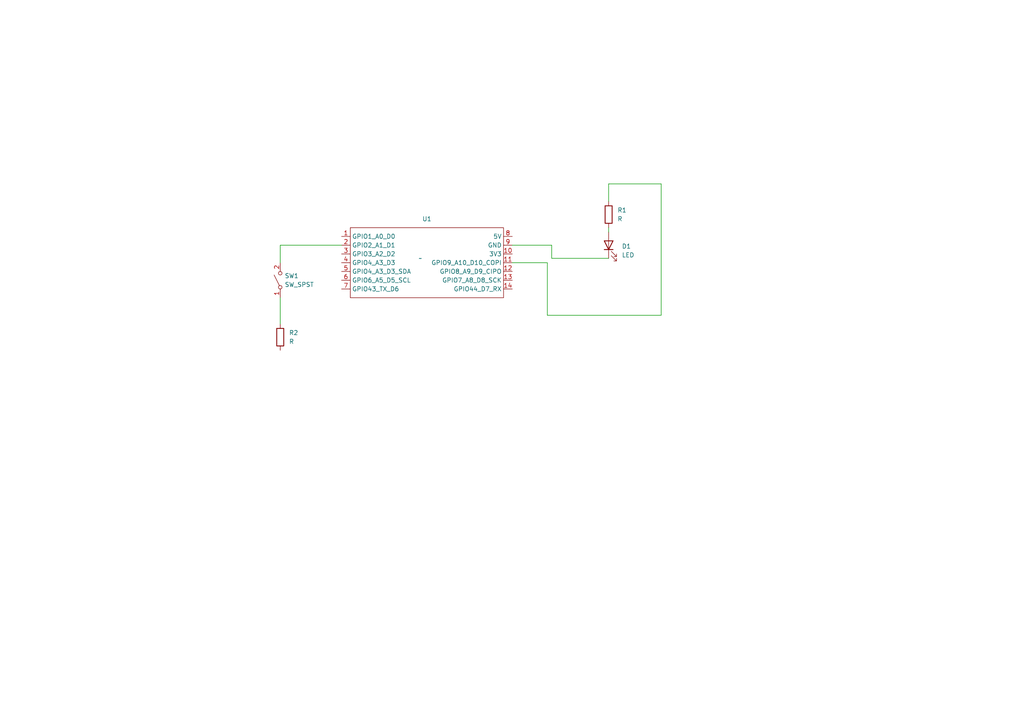
<source format=kicad_sch>
(kicad_sch (version 20230121) (generator eeschema)
  (paper "A4")
  (lib_symbols
    (symbol "Device:LED" (pin_numbers hide) (pin_names (offset 1.016) hide)
      (property "Reference" "D" (at 0 2.54 0))
      (property "Value" "LED" (at 0 -2.54 0))
      (symbol "LED_0_1"
        (polyline (pts (xy -1.27 -1.27) (xy -1.27 1.27)) (stroke (width 0.254)))
        (polyline (pts (xy -1.27 0) (xy 1.27 0)))
        (polyline (pts (xy 1.27 -1.27) (xy 1.27 1.27) (xy -1.27 0) (xy 1.27 -1.27)) (stroke (width 0.254)))
        (polyline (pts (xy -3.048 -0.762) (xy -4.572 -2.286) (xy -3.81 -2.286) (xy -4.572 -2.286) (xy -4.572 -1.524)))
        (polyline (pts (xy -1.778 -0.762) (xy -3.302 -2.286) (xy -2.54 -2.286) (xy -3.302 -2.286) (xy -3.302 -1.524)))
      )
      (symbol "LED_1_1"
        (pin passive line (at -3.81 0 0) (length 2.54) (name "K") (number "1"))
        (pin passive line (at 3.81 0 180) (length 2.54) (name "A") (number "2"))
      )
    )
    (symbol "Device:R" (pin_numbers hide) (pin_names (offset 0))
      (property "Reference" "R" (at 2.032 0 90))
      (property "Value" "R" (at 0 0 90))
      (symbol "R_0_1"
        (rectangle (start -1.016 -2.54) (end 1.016 2.54) (stroke (width 0.254)))
      )
      (symbol "R_1_1"
        (pin passive line (at 0 3.81 270) (length 1.27) (name "~") (number "1"))
        (pin passive line (at 0 -3.81 90) (length 1.27) (name "~") (number "2"))
      )
    )
    (symbol "Switch:SW_SPST" (pin_names (offset 0) hide)
      (property "Reference" "SW" (at 0 3.175 0))
      (property "Value" "SW_SPST" (at 0 -2.54 0))
      (symbol "SW_SPST_0_0"
        (circle (center -2.032 0) (radius 0.508))
        (polyline (pts (xy -1.524 0.254) (xy 1.524 1.778)))
        (circle (center 2.032 0) (radius 0.508))
      )
      (symbol "SW_SPST_1_1"
        (pin passive line (at -5.08 0 0) (length 2.54) (name "A") (number "1"))
        (pin passive line (at 5.08 0 180) (length 2.54) (name "B") (number "2"))
      )
    )
    (symbol "demo:XIAO_ESP32_SENSE"
      (property "Reference" "U" (at 0 0 0))
      (symbol "XIAO_ESP32_SENSE_0_1"
        (polyline (pts (xy -20.32 8.89) (xy -20.32 -11.43) (xy 24.13 -11.43) (xy 24.13 8.89) (xy -20.32 8.89)))
      )
      (symbol "XIAO_ESP32_SENSE_1_1"
        (pin bidirectional line (at -22.86 6.35 0) (length 2.54) (name "GPIO1_A0_D0") (number "1"))
        (pin bidirectional line (at 26.67 1.27 180) (length 2.54) (name "3V3") (number "10"))
        (pin bidirectional line (at 26.67 -1.27 180) (length 2.54) (name "GPIO9_A10_D10_COPI") (number "11"))
        (pin bidirectional line (at 26.67 -3.81 180) (length 2.54) (name "GPIO8_A9_D9_CIPO") (number "12"))
        (pin bidirectional line (at 26.67 -6.35 180) (length 2.54) (name "GPIO7_A8_D8_SCK") (number "13"))
        (pin bidirectional line (at 26.67 -8.89 180) (length 2.54) (name "GPIO44_D7_RX") (number "14"))
        (pin bidirectional line (at -22.86 3.81 0) (length 2.54) (name "GPIO2_A1_D1") (number "2"))
        (pin bidirectional line (at -22.86 1.27 0) (length 2.54) (name "GPIO3_A2_D2") (number "3"))
        (pin bidirectional line (at -22.86 -1.27 0) (length 2.54) (name "GPIO4_A3_D3") (number "4"))
        (pin bidirectional line (at -22.86 -3.81 0) (length 2.54) (name "GPIO4_A3_D3_SDA") (number "5"))
        (pin bidirectional line (at -22.86 -6.35 0) (length 2.54) (name "GPIO6_A5_D5_SCL") (number "6"))
        (pin bidirectional line (at -22.86 -8.89 0) (length 2.54) (name "GPIO43_TX_D6") (number "7"))
        (pin bidirectional line (at 26.67 6.35 180) (length 2.54) (name "5V") (number "8"))
        (pin bidirectional line (at 26.67 3.81 180) (length 2.54) (name "GND") (number "9"))
      )
    )
  )
  (wire (pts (xy 81.28 86.36) (xy 81.28 93.98)))
  (wire (pts (xy 160.02 71.12) (xy 148.59 71.12)))
  (wire (pts (xy 191.77 53.34) (xy 176.53 53.34)))
  (wire (pts (xy 99.06 71.12) (xy 81.28 71.12)))
  (wire (pts (xy 160.02 74.93) (xy 160.02 71.12)))
  (wire (pts (xy 158.75 91.44) (xy 191.77 91.44)))
  (wire (pts (xy 176.53 53.34) (xy 176.53 58.42)))
  (wire (pts (xy 176.53 74.93) (xy 160.02 74.93)))
  (wire (pts (xy 81.28 71.12) (xy 81.28 76.2)))
  (wire (pts (xy 148.59 76.2) (xy 158.75 76.2)))
  (wire (pts (xy 158.75 76.2) (xy 158.75 91.44)))
  (wire (pts (xy 191.77 53.34) (xy 191.77 91.44)))
  (wire (pts (xy 176.53 66.04) (xy 176.53 67.31)))
  (symbol (lib_id "Device:R") (at 176.53 62.23 0) (unit 1)
    (property "Reference" "R1" (at 179.07 60.96 0) (effects (justify left)))
    (property "Value" "R" (at 179.07 63.5 0) (effects (justify left)))
  )
  (symbol (lib_id "Switch:SW_SPST") (at 81.28 81.28 90) (unit 1)
    (property "Reference" "SW1" (at 82.55 80.01 90) (effects (justify right)))
    (property "Value" "SW_SPST" (at 82.55 82.55 90) (effects (justify right)))
  )
  (symbol (lib_id "Device:R") (at 81.28 97.79 0) (unit 1)
    (property "Reference" "R2" (at 83.82 96.52 0) (effects (justify left)))
    (property "Value" "R" (at 83.82 99.06 0) (effects (justify left)))
  )
  (symbol (lib_id "demo:XIAO_ESP32_SENSE") (at 121.92 74.93 0) (unit 1)
    (property "Reference" "U1" (at 123.825 63.5 0))
    (property "Value" "~" (at 121.92 74.93 0))
  )
  (symbol (lib_id "Device:LED") (at 176.53 71.12 90) (unit 1)
    (property "Reference" "D1" (at 180.34 71.4375 90) (effects (justify right)))
    (property "Value" "LED" (at 180.34 73.9775 90) (effects (justify right)))
  )
)
</source>
